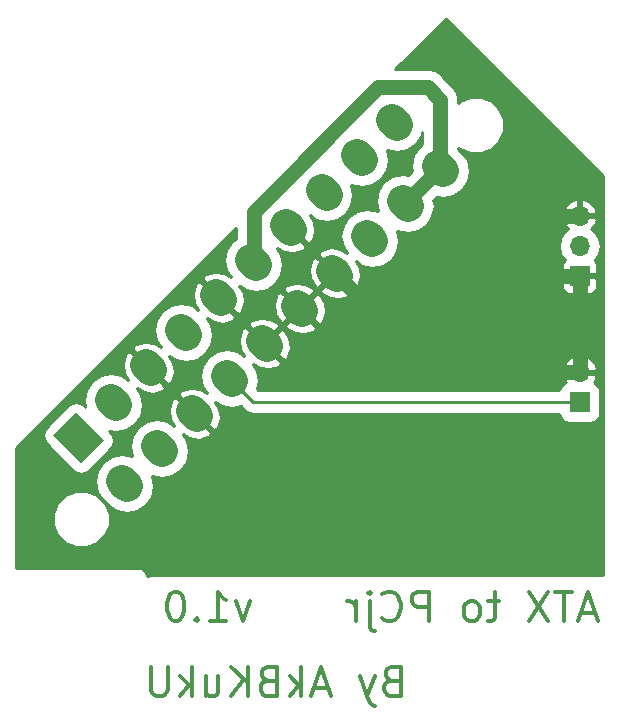
<source format=gbr>
G04 #@! TF.GenerationSoftware,KiCad,Pcbnew,5.0.0-fee4fd1~65~ubuntu17.10.1*
G04 #@! TF.CreationDate,2018-07-28T17:47:53-07:00*
G04 #@! TF.ProjectId,_autosave-ATX2PCjr,5F6175746F736176652D415458325043,rev?*
G04 #@! TF.SameCoordinates,Original*
G04 #@! TF.FileFunction,Copper,L2,Bot,Signal*
G04 #@! TF.FilePolarity,Positive*
%FSLAX46Y46*%
G04 Gerber Fmt 4.6, Leading zero omitted, Abs format (unit mm)*
G04 Created by KiCad (PCBNEW 5.0.0-fee4fd1~65~ubuntu17.10.1) date Sat Jul 28 17:47:53 2018*
%MOMM*%
%LPD*%
G01*
G04 APERTURE LIST*
G04 #@! TA.AperFunction,NonConductor*
%ADD10C,0.300000*%
G04 #@! TD*
G04 #@! TA.AperFunction,ComponentPad*
%ADD11C,2.700000*%
G04 #@! TD*
G04 #@! TA.AperFunction,Conductor*
%ADD12C,0.100000*%
G04 #@! TD*
G04 #@! TA.AperFunction,Conductor*
%ADD13C,2.700000*%
G04 #@! TD*
G04 #@! TA.AperFunction,ComponentPad*
%ADD14R,1.700000X1.700000*%
G04 #@! TD*
G04 #@! TA.AperFunction,ComponentPad*
%ADD15O,1.700000X1.700000*%
G04 #@! TD*
G04 #@! TA.AperFunction,ViaPad*
%ADD16C,1.016000*%
G04 #@! TD*
G04 #@! TA.AperFunction,Conductor*
%ADD17C,1.270000*%
G04 #@! TD*
G04 #@! TA.AperFunction,Conductor*
%ADD18C,0.250000*%
G04 #@! TD*
G04 #@! TA.AperFunction,Conductor*
%ADD19C,0.254000*%
G04 #@! TD*
G04 APERTURE END LIST*
D10*
X127871904Y-92531428D02*
X127514761Y-92650476D01*
X127395714Y-92769523D01*
X127276666Y-93007619D01*
X127276666Y-93364761D01*
X127395714Y-93602857D01*
X127514761Y-93721904D01*
X127752857Y-93840952D01*
X128705238Y-93840952D01*
X128705238Y-91340952D01*
X127871904Y-91340952D01*
X127633809Y-91460000D01*
X127514761Y-91579047D01*
X127395714Y-91817142D01*
X127395714Y-92055238D01*
X127514761Y-92293333D01*
X127633809Y-92412380D01*
X127871904Y-92531428D01*
X128705238Y-92531428D01*
X126443333Y-92174285D02*
X125848095Y-93840952D01*
X125252857Y-92174285D02*
X125848095Y-93840952D01*
X126086190Y-94436190D01*
X126205238Y-94555238D01*
X126443333Y-94674285D01*
X122514761Y-93126666D02*
X121324285Y-93126666D01*
X122752857Y-93840952D02*
X121919523Y-91340952D01*
X121086190Y-93840952D01*
X120252857Y-93840952D02*
X120252857Y-91340952D01*
X120014761Y-92888571D02*
X119300476Y-93840952D01*
X119300476Y-92174285D02*
X120252857Y-93126666D01*
X117395714Y-92531428D02*
X117038571Y-92650476D01*
X116919523Y-92769523D01*
X116800476Y-93007619D01*
X116800476Y-93364761D01*
X116919523Y-93602857D01*
X117038571Y-93721904D01*
X117276666Y-93840952D01*
X118229047Y-93840952D01*
X118229047Y-91340952D01*
X117395714Y-91340952D01*
X117157619Y-91460000D01*
X117038571Y-91579047D01*
X116919523Y-91817142D01*
X116919523Y-92055238D01*
X117038571Y-92293333D01*
X117157619Y-92412380D01*
X117395714Y-92531428D01*
X118229047Y-92531428D01*
X115729047Y-93840952D02*
X115729047Y-91340952D01*
X114300476Y-93840952D02*
X115371904Y-92412380D01*
X114300476Y-91340952D02*
X115729047Y-92769523D01*
X112157619Y-92174285D02*
X112157619Y-93840952D01*
X113229047Y-92174285D02*
X113229047Y-93483809D01*
X113110000Y-93721904D01*
X112871904Y-93840952D01*
X112514761Y-93840952D01*
X112276666Y-93721904D01*
X112157619Y-93602857D01*
X110967142Y-93840952D02*
X110967142Y-91340952D01*
X110729047Y-92888571D02*
X110014761Y-93840952D01*
X110014761Y-92174285D02*
X110967142Y-93126666D01*
X108943333Y-91340952D02*
X108943333Y-93364761D01*
X108824285Y-93602857D01*
X108705238Y-93721904D01*
X108467142Y-93840952D01*
X107990952Y-93840952D01*
X107752857Y-93721904D01*
X107633809Y-93602857D01*
X107514761Y-93364761D01*
X107514761Y-91340952D01*
X145095238Y-86776666D02*
X143904761Y-86776666D01*
X145333333Y-87490952D02*
X144500000Y-84990952D01*
X143666666Y-87490952D01*
X143190476Y-84990952D02*
X141761904Y-84990952D01*
X142476190Y-87490952D02*
X142476190Y-84990952D01*
X141166666Y-84990952D02*
X139500000Y-87490952D01*
X139500000Y-84990952D02*
X141166666Y-87490952D01*
X137000000Y-85824285D02*
X136047619Y-85824285D01*
X136642857Y-84990952D02*
X136642857Y-87133809D01*
X136523809Y-87371904D01*
X136285714Y-87490952D01*
X136047619Y-87490952D01*
X134857142Y-87490952D02*
X135095238Y-87371904D01*
X135214285Y-87252857D01*
X135333333Y-87014761D01*
X135333333Y-86300476D01*
X135214285Y-86062380D01*
X135095238Y-85943333D01*
X134857142Y-85824285D01*
X134500000Y-85824285D01*
X134261904Y-85943333D01*
X134142857Y-86062380D01*
X134023809Y-86300476D01*
X134023809Y-87014761D01*
X134142857Y-87252857D01*
X134261904Y-87371904D01*
X134500000Y-87490952D01*
X134857142Y-87490952D01*
X131047619Y-87490952D02*
X131047619Y-84990952D01*
X130095238Y-84990952D01*
X129857142Y-85110000D01*
X129738095Y-85229047D01*
X129619047Y-85467142D01*
X129619047Y-85824285D01*
X129738095Y-86062380D01*
X129857142Y-86181428D01*
X130095238Y-86300476D01*
X131047619Y-86300476D01*
X127119047Y-87252857D02*
X127238095Y-87371904D01*
X127595238Y-87490952D01*
X127833333Y-87490952D01*
X128190476Y-87371904D01*
X128428571Y-87133809D01*
X128547619Y-86895714D01*
X128666666Y-86419523D01*
X128666666Y-86062380D01*
X128547619Y-85586190D01*
X128428571Y-85348095D01*
X128190476Y-85110000D01*
X127833333Y-84990952D01*
X127595238Y-84990952D01*
X127238095Y-85110000D01*
X127119047Y-85229047D01*
X126047619Y-85824285D02*
X126047619Y-87967142D01*
X126166666Y-88205238D01*
X126404761Y-88324285D01*
X126523809Y-88324285D01*
X126047619Y-84990952D02*
X126166666Y-85110000D01*
X126047619Y-85229047D01*
X125928571Y-85110000D01*
X126047619Y-84990952D01*
X126047619Y-85229047D01*
X124857142Y-87490952D02*
X124857142Y-85824285D01*
X124857142Y-86300476D02*
X124738095Y-86062380D01*
X124619047Y-85943333D01*
X124380952Y-85824285D01*
X124142857Y-85824285D01*
X115928571Y-85824285D02*
X115333333Y-87490952D01*
X114738095Y-85824285D01*
X112476190Y-87490952D02*
X113904761Y-87490952D01*
X113190476Y-87490952D02*
X113190476Y-84990952D01*
X113428571Y-85348095D01*
X113666666Y-85586190D01*
X113904761Y-85705238D01*
X111404761Y-87252857D02*
X111285714Y-87371904D01*
X111404761Y-87490952D01*
X111523809Y-87371904D01*
X111404761Y-87252857D01*
X111404761Y-87490952D01*
X109738095Y-84990952D02*
X109500000Y-84990952D01*
X109261904Y-85110000D01*
X109142857Y-85229047D01*
X109023809Y-85467142D01*
X108904761Y-85943333D01*
X108904761Y-86538571D01*
X109023809Y-87014761D01*
X109142857Y-87252857D01*
X109261904Y-87371904D01*
X109500000Y-87490952D01*
X109738095Y-87490952D01*
X109976190Y-87371904D01*
X110095238Y-87252857D01*
X110214285Y-87014761D01*
X110333333Y-86538571D01*
X110333333Y-85943333D01*
X110214285Y-85467142D01*
X110095238Y-85229047D01*
X109976190Y-85110000D01*
X109738095Y-84990952D01*
D11*
G04 #@! TO.P,J1,1*
G04 #@! TO.N,Net-(J1-Pad1)*
X101380758Y-71979242D03*
D12*
G04 #@! TD*
G04 #@! TO.N,Net-(J1-Pad1)*
G04 #@! TO.C,J1*
G36*
X101592890Y-74100562D02*
X99259438Y-71767110D01*
X101168626Y-69857922D01*
X103502078Y-72191374D01*
X101592890Y-74100562D01*
X101592890Y-74100562D01*
G37*
D11*
G04 #@! TO.P,J1,2*
G04 #@! TO.N,Net-(J1-Pad2)*
X104350606Y-69009394D03*
D13*
G04 #@! TD*
G04 #@! TO.N,Net-(J1-Pad2)*
G04 #@! TO.C,J1*
X104138474Y-68797262D02*
X104562738Y-69221526D01*
D11*
G04 #@! TO.P,J1,3*
G04 #@! TO.N,/GND*
X107320455Y-66039545D03*
D13*
G04 #@! TD*
G04 #@! TO.N,/GND*
G04 #@! TO.C,J1*
X107108323Y-65827413D02*
X107532587Y-66251677D01*
D11*
G04 #@! TO.P,J1,4*
G04 #@! TO.N,/+5V*
X110290303Y-63069697D03*
D13*
G04 #@! TD*
G04 #@! TO.N,/+5V*
G04 #@! TO.C,J1*
X110078171Y-62857565D02*
X110502435Y-63281829D01*
D11*
G04 #@! TO.P,J1,5*
G04 #@! TO.N,/GND*
X113260152Y-60099848D03*
D13*
G04 #@! TD*
G04 #@! TO.N,/GND*
G04 #@! TO.C,J1*
X113048020Y-59887716D02*
X113472284Y-60311980D01*
D11*
G04 #@! TO.P,J1,6*
G04 #@! TO.N,/+5V*
X116230000Y-57130000D03*
D13*
G04 #@! TD*
G04 #@! TO.N,/+5V*
G04 #@! TO.C,J1*
X116017868Y-56917868D02*
X116442132Y-57342132D01*
D11*
G04 #@! TO.P,J1,7*
G04 #@! TO.N,/GND*
X119199849Y-54160151D03*
D13*
G04 #@! TD*
G04 #@! TO.N,/GND*
G04 #@! TO.C,J1*
X118987717Y-53948019D02*
X119411981Y-54372283D01*
D11*
G04 #@! TO.P,J1,8*
G04 #@! TO.N,Net-(J1-Pad8)*
X122169697Y-51190303D03*
D13*
G04 #@! TD*
G04 #@! TO.N,Net-(J1-Pad8)*
G04 #@! TO.C,J1*
X121957565Y-50978171D02*
X122381829Y-51402435D01*
D11*
G04 #@! TO.P,J1,9*
G04 #@! TO.N,Net-(J1-Pad9)*
X125139546Y-48220454D03*
D13*
G04 #@! TD*
G04 #@! TO.N,Net-(J1-Pad9)*
G04 #@! TO.C,J1*
X124927414Y-48008322D02*
X125351678Y-48432586D01*
D11*
G04 #@! TO.P,J1,10*
G04 #@! TO.N,/+12V*
X128109394Y-45250606D03*
D13*
G04 #@! TD*
G04 #@! TO.N,/+12V*
G04 #@! TO.C,J1*
X127897262Y-45038474D02*
X128321526Y-45462738D01*
D11*
G04 #@! TO.P,J1,11*
G04 #@! TO.N,Net-(J1-Pad11)*
X105269845Y-75868329D03*
D13*
G04 #@! TD*
G04 #@! TO.N,Net-(J1-Pad11)*
G04 #@! TO.C,J1*
X105057713Y-75656197D02*
X105481977Y-76080461D01*
D11*
G04 #@! TO.P,J1,12*
G04 #@! TO.N,/-12V*
X108239694Y-72898481D03*
D13*
G04 #@! TD*
G04 #@! TO.N,/-12V*
G04 #@! TO.C,J1*
X108027562Y-72686349D02*
X108451826Y-73110613D01*
D11*
G04 #@! TO.P,J1,13*
G04 #@! TO.N,/GND*
X111209542Y-69928632D03*
D13*
G04 #@! TD*
G04 #@! TO.N,/GND*
G04 #@! TO.C,J1*
X110997410Y-69716500D02*
X111421674Y-70140764D01*
D11*
G04 #@! TO.P,J1,14*
G04 #@! TO.N,/PS-ON*
X114179391Y-66958784D03*
D13*
G04 #@! TD*
G04 #@! TO.N,/PS-ON*
G04 #@! TO.C,J1*
X113967259Y-66746652D02*
X114391523Y-67170916D01*
D11*
G04 #@! TO.P,J1,15*
G04 #@! TO.N,/GND*
X117149239Y-63988935D03*
D13*
G04 #@! TD*
G04 #@! TO.N,/GND*
G04 #@! TO.C,J1*
X116937107Y-63776803D02*
X117361371Y-64201067D01*
D11*
G04 #@! TO.P,J1,16*
G04 #@! TO.N,/GND*
X120119088Y-61019087D03*
D13*
G04 #@! TD*
G04 #@! TO.N,/GND*
G04 #@! TO.C,J1*
X119906956Y-60806955D02*
X120331220Y-61231219D01*
D11*
G04 #@! TO.P,J1,17*
G04 #@! TO.N,/GND*
X123088936Y-58049238D03*
D13*
G04 #@! TD*
G04 #@! TO.N,/GND*
G04 #@! TO.C,J1*
X122876804Y-57837106D02*
X123301068Y-58261370D01*
D11*
G04 #@! TO.P,J1,18*
G04 #@! TO.N,Net-(J1-Pad18)*
X126058785Y-55079390D03*
D13*
G04 #@! TD*
G04 #@! TO.N,Net-(J1-Pad18)*
G04 #@! TO.C,J1*
X125846653Y-54867258D02*
X126270917Y-55291522D01*
D11*
G04 #@! TO.P,J1,19*
G04 #@! TO.N,/+5V*
X129028633Y-52109541D03*
D13*
G04 #@! TD*
G04 #@! TO.N,/+5V*
G04 #@! TO.C,J1*
X128816501Y-51897409D02*
X129240765Y-52321673D01*
D11*
G04 #@! TO.P,J1,20*
G04 #@! TO.N,/+5V*
X131998482Y-49139693D03*
D13*
G04 #@! TD*
G04 #@! TO.N,/+5V*
G04 #@! TO.C,J1*
X131786350Y-48927561D02*
X132210614Y-49351825D01*
D14*
G04 #@! TO.P,J3,1*
G04 #@! TO.N,/PS-ON*
X143810000Y-68950000D03*
D15*
G04 #@! TO.P,J3,2*
G04 #@! TO.N,/GND*
X143810000Y-66410000D03*
G04 #@! TD*
D14*
G04 #@! TO.P,J4,1*
G04 #@! TO.N,/GND*
X143810000Y-58270000D03*
D15*
G04 #@! TO.P,J4,2*
G04 #@! TO.N,/+12V*
X143810000Y-55730000D03*
G04 #@! TO.P,J4,3*
G04 #@! TO.N,/GND*
X143810000Y-53190000D03*
G04 #@! TD*
D16*
G04 #@! TO.N,/GND*
X137900000Y-76830000D03*
X120170000Y-74860000D03*
G04 #@! TD*
D17*
G04 #@! TO.N,/GND*
X141690000Y-58270000D02*
X143810000Y-58270000D01*
X141562999Y-58142999D02*
X141690000Y-58270000D01*
X141562999Y-54234920D02*
X141562999Y-58142999D01*
X142607919Y-53190000D02*
X141562999Y-54234920D01*
X143810000Y-53190000D02*
X142607919Y-53190000D01*
X143810000Y-58270000D02*
X143810000Y-66410000D01*
X137900000Y-76830000D02*
X122140000Y-76830000D01*
X122140000Y-76830000D02*
X120170000Y-74860000D01*
X131449698Y-66410000D02*
X123088936Y-58049238D01*
X143810000Y-66410000D02*
X131449698Y-66410000D01*
G04 #@! TO.N,/+5V*
X126754275Y-42296601D02*
X130946601Y-42296601D01*
X116230000Y-57130000D02*
X116230000Y-52820876D01*
X116230000Y-52820876D02*
X126754275Y-42296601D01*
X131998482Y-43348482D02*
X131998482Y-49139693D01*
X130946601Y-42296601D02*
X131998482Y-43348482D01*
X131998481Y-49139693D02*
X129028633Y-52109541D01*
X131998482Y-49139693D02*
X131998481Y-49139693D01*
D18*
G04 #@! TO.N,/PS-ON*
X116170607Y-68950000D02*
X114179391Y-66958784D01*
X143810000Y-68950000D02*
X116170607Y-68950000D01*
G04 #@! TD*
D19*
G04 #@! TO.N,/GND*
G36*
X145823001Y-49834448D02*
X145823000Y-83596000D01*
X107389572Y-83596000D01*
X107389572Y-83693000D01*
X107175399Y-83693000D01*
X107118354Y-83406217D01*
X106955905Y-83163095D01*
X106712783Y-83000646D01*
X106498388Y-82958000D01*
X106426000Y-82943601D01*
X106353612Y-82958000D01*
X96112000Y-82958000D01*
X96112000Y-78391260D01*
X99232174Y-78391260D01*
X99232174Y-79341664D01*
X99595878Y-80219722D01*
X100267914Y-80891758D01*
X101145972Y-81255462D01*
X102096376Y-81255462D01*
X102974434Y-80891758D01*
X103646470Y-80219722D01*
X104010174Y-79341664D01*
X104010174Y-78391260D01*
X103646470Y-77513202D01*
X102974434Y-76841166D01*
X102096376Y-76477462D01*
X101145972Y-76477462D01*
X100267914Y-76841166D01*
X99595878Y-77513202D01*
X99232174Y-78391260D01*
X96112000Y-78391260D01*
X96112000Y-75656197D01*
X102774849Y-75656197D01*
X102948623Y-76529811D01*
X103318571Y-77083478D01*
X104054696Y-77819603D01*
X104608363Y-78189552D01*
X105481977Y-78363325D01*
X106355591Y-78189552D01*
X107096205Y-77694689D01*
X107591068Y-76954075D01*
X107764841Y-76080461D01*
X107594260Y-75222896D01*
X108451826Y-75393477D01*
X109325440Y-75219704D01*
X110066054Y-74724841D01*
X110560917Y-73984227D01*
X110734690Y-73110613D01*
X110560917Y-72236999D01*
X110190968Y-71683332D01*
X110188569Y-71680933D01*
X110779380Y-72023265D01*
X111548674Y-72125763D01*
X112298633Y-71926064D01*
X112483292Y-71818021D01*
X112620099Y-71518794D01*
X111209542Y-70108237D01*
X111195400Y-70122380D01*
X111015794Y-69942774D01*
X111029937Y-69928632D01*
X109619380Y-68518075D01*
X109320153Y-68654882D01*
X109212110Y-68839541D01*
X109012411Y-69589500D01*
X109114909Y-70358794D01*
X109457241Y-70949605D01*
X109454843Y-70947207D01*
X108901176Y-70577259D01*
X108027562Y-70403485D01*
X107153948Y-70577259D01*
X106413334Y-71072121D01*
X105918472Y-71812735D01*
X105744698Y-72686349D01*
X105915280Y-73543915D01*
X105057713Y-73373333D01*
X104184099Y-73547107D01*
X103443485Y-74041969D01*
X102948623Y-74782583D01*
X102774849Y-75656197D01*
X96112000Y-75656197D01*
X96112000Y-72821446D01*
X97166336Y-71767110D01*
X98353022Y-71767110D01*
X98422019Y-72113980D01*
X98618505Y-72408043D01*
X100951957Y-74741495D01*
X101246020Y-74937981D01*
X101592890Y-75006978D01*
X101939760Y-74937981D01*
X102233823Y-74741495D01*
X104143011Y-72832307D01*
X104339497Y-72538244D01*
X104408494Y-72191374D01*
X104339497Y-71844504D01*
X104143011Y-71550441D01*
X103981306Y-71388736D01*
X104562738Y-71504390D01*
X105436352Y-71330617D01*
X106176966Y-70835754D01*
X106671829Y-70095140D01*
X106845602Y-69221526D01*
X106671829Y-68347912D01*
X106665521Y-68338470D01*
X109798985Y-68338470D01*
X111209542Y-69749027D01*
X111223684Y-69734884D01*
X111403290Y-69914490D01*
X111389147Y-69928632D01*
X112799704Y-71339189D01*
X113098931Y-71202382D01*
X113206974Y-71017723D01*
X113406673Y-70267764D01*
X113304175Y-69498470D01*
X112961843Y-68907659D01*
X112964242Y-68910058D01*
X113517909Y-69280007D01*
X114391523Y-69453780D01*
X115099541Y-69312946D01*
X115382982Y-69596387D01*
X115439554Y-69681053D01*
X115617571Y-69800000D01*
X115774964Y-69905167D01*
X116170607Y-69983865D01*
X116270475Y-69964000D01*
X142086206Y-69964000D01*
X142122581Y-70146870D01*
X142319067Y-70440933D01*
X142613130Y-70637419D01*
X142960000Y-70706416D01*
X144660000Y-70706416D01*
X145006870Y-70637419D01*
X145300933Y-70440933D01*
X145497419Y-70146870D01*
X145566416Y-69800000D01*
X145566416Y-68100000D01*
X145497419Y-67753130D01*
X145300933Y-67459067D01*
X145006870Y-67262581D01*
X145004087Y-67262027D01*
X145081645Y-67176924D01*
X145251476Y-66766890D01*
X145130155Y-66537000D01*
X143937000Y-66537000D01*
X143937000Y-66557000D01*
X143683000Y-66557000D01*
X143683000Y-66537000D01*
X142489845Y-66537000D01*
X142368524Y-66766890D01*
X142538355Y-67176924D01*
X142615913Y-67262027D01*
X142613130Y-67262581D01*
X142319067Y-67459067D01*
X142122581Y-67753130D01*
X142086206Y-67936000D01*
X116590619Y-67936000D01*
X116533553Y-67878934D01*
X116674387Y-67170916D01*
X116500614Y-66297302D01*
X116130665Y-65743635D01*
X116128266Y-65741236D01*
X116719077Y-66083568D01*
X117488371Y-66186066D01*
X117987680Y-66053110D01*
X142368524Y-66053110D01*
X142489845Y-66283000D01*
X143683000Y-66283000D01*
X143683000Y-65089181D01*
X143937000Y-65089181D01*
X143937000Y-66283000D01*
X145130155Y-66283000D01*
X145251476Y-66053110D01*
X145081645Y-65643076D01*
X144691358Y-65214817D01*
X144166892Y-64968514D01*
X143937000Y-65089181D01*
X143683000Y-65089181D01*
X143453108Y-64968514D01*
X142928642Y-65214817D01*
X142538355Y-65643076D01*
X142368524Y-66053110D01*
X117987680Y-66053110D01*
X118238330Y-65986367D01*
X118422989Y-65878324D01*
X118559796Y-65579097D01*
X117149239Y-64168540D01*
X117135097Y-64182683D01*
X116955491Y-64003077D01*
X116969634Y-63988935D01*
X117328844Y-63988935D01*
X118739401Y-65399492D01*
X119038628Y-65262685D01*
X119146671Y-65078026D01*
X119346370Y-64328067D01*
X119243872Y-63558773D01*
X118854781Y-62887263D01*
X118642649Y-62675131D01*
X117328844Y-63988935D01*
X116969634Y-63988935D01*
X115559077Y-62578378D01*
X115259850Y-62715185D01*
X115151807Y-62899844D01*
X114952108Y-63649803D01*
X115054606Y-64419097D01*
X115396938Y-65009908D01*
X115394540Y-65007510D01*
X114840873Y-64637562D01*
X113967259Y-64463788D01*
X113093645Y-64637562D01*
X112353031Y-65132424D01*
X111858169Y-65873038D01*
X111684395Y-66746652D01*
X111858169Y-67620266D01*
X112228117Y-68173933D01*
X112230515Y-68176331D01*
X111639704Y-67833999D01*
X110870410Y-67731501D01*
X110120451Y-67931200D01*
X109935792Y-68039243D01*
X109798985Y-68338470D01*
X106665521Y-68338470D01*
X106301880Y-67794245D01*
X106299480Y-67791845D01*
X106890293Y-68134178D01*
X107659587Y-68236676D01*
X108409546Y-68036977D01*
X108594205Y-67928934D01*
X108731012Y-67629707D01*
X107320455Y-66219150D01*
X107306313Y-66233293D01*
X107126708Y-66053688D01*
X107140850Y-66039545D01*
X105730293Y-64628988D01*
X105431066Y-64765795D01*
X105323023Y-64950454D01*
X105123324Y-65700413D01*
X105225822Y-66469707D01*
X105568155Y-67060520D01*
X105565755Y-67058120D01*
X105012088Y-66688172D01*
X104138474Y-66514398D01*
X103264860Y-66688172D01*
X102524246Y-67183034D01*
X102029384Y-67923648D01*
X101855610Y-68797262D01*
X101971265Y-69378695D01*
X101809559Y-69216989D01*
X101515496Y-69020503D01*
X101168626Y-68951506D01*
X100821756Y-69020503D01*
X100527693Y-69216989D01*
X98618505Y-71126177D01*
X98422019Y-71420240D01*
X98353022Y-71767110D01*
X97166336Y-71767110D01*
X104484063Y-64449383D01*
X105909898Y-64449383D01*
X107320455Y-65859940D01*
X107334598Y-65845798D01*
X107514203Y-66025403D01*
X107500060Y-66039545D01*
X108910617Y-67450102D01*
X109209844Y-67313295D01*
X109317887Y-67128636D01*
X109517586Y-66378677D01*
X109415088Y-65609383D01*
X109072758Y-65018575D01*
X109075154Y-65020971D01*
X109628821Y-65390920D01*
X110502435Y-65564693D01*
X111376049Y-65390920D01*
X112116663Y-64896057D01*
X112611526Y-64155443D01*
X112785299Y-63281829D01*
X112611526Y-62408215D01*
X112605218Y-62398773D01*
X115738682Y-62398773D01*
X117149239Y-63809330D01*
X118446071Y-62512497D01*
X118805284Y-62512497D01*
X119017416Y-62724629D01*
X119688926Y-63113720D01*
X120458220Y-63216218D01*
X121208179Y-63016519D01*
X121392838Y-62908476D01*
X121529645Y-62609249D01*
X120119088Y-61198692D01*
X118805284Y-62512497D01*
X118446071Y-62512497D01*
X118463043Y-62495525D01*
X118250911Y-62283393D01*
X117579401Y-61894302D01*
X116810107Y-61791804D01*
X116060148Y-61991503D01*
X115875489Y-62099546D01*
X115738682Y-62398773D01*
X112605218Y-62398773D01*
X112241577Y-61854548D01*
X112239177Y-61852148D01*
X112829990Y-62194481D01*
X113599284Y-62296979D01*
X114349243Y-62097280D01*
X114533902Y-61989237D01*
X114670709Y-61690010D01*
X113260152Y-60279453D01*
X113246010Y-60293596D01*
X113066405Y-60113991D01*
X113080547Y-60099848D01*
X111669990Y-58689291D01*
X111370763Y-58826098D01*
X111262720Y-59010757D01*
X111063021Y-59760716D01*
X111165519Y-60530010D01*
X111507852Y-61120823D01*
X111505452Y-61118423D01*
X110951785Y-60748475D01*
X110078171Y-60574701D01*
X109204557Y-60748475D01*
X108463943Y-61243337D01*
X107969081Y-61983951D01*
X107795307Y-62857565D01*
X107969081Y-63731179D01*
X108339029Y-64284846D01*
X108341425Y-64287242D01*
X107750617Y-63944912D01*
X106981323Y-63842414D01*
X106231364Y-64042113D01*
X106046705Y-64150156D01*
X105909898Y-64449383D01*
X104484063Y-64449383D01*
X114706001Y-54227446D01*
X114706000Y-55101609D01*
X114403640Y-55303640D01*
X113908778Y-56044254D01*
X113735004Y-56917868D01*
X113908778Y-57791482D01*
X114278726Y-58345149D01*
X114281122Y-58347545D01*
X113690314Y-58005215D01*
X112921020Y-57902717D01*
X112171061Y-58102416D01*
X111986402Y-58210459D01*
X111849595Y-58509686D01*
X113260152Y-59920243D01*
X113274295Y-59906101D01*
X113453900Y-60085706D01*
X113439757Y-60099848D01*
X114850314Y-61510405D01*
X115149541Y-61373598D01*
X115257584Y-61188939D01*
X115393116Y-60679955D01*
X117921957Y-60679955D01*
X118024455Y-61449249D01*
X118413546Y-62120759D01*
X118625678Y-62332891D01*
X119939483Y-61019087D01*
X120298693Y-61019087D01*
X121709250Y-62429644D01*
X122008477Y-62292837D01*
X122116520Y-62108178D01*
X122316219Y-61358219D01*
X122213721Y-60588925D01*
X121824630Y-59917415D01*
X121612498Y-59705283D01*
X120298693Y-61019087D01*
X119939483Y-61019087D01*
X118528926Y-59608530D01*
X118229699Y-59745337D01*
X118121656Y-59929996D01*
X117921957Y-60679955D01*
X115393116Y-60679955D01*
X115457283Y-60438980D01*
X115354785Y-59669686D01*
X115012455Y-59078878D01*
X115014851Y-59081274D01*
X115568518Y-59451223D01*
X116442132Y-59624996D01*
X117315746Y-59451223D01*
X117349117Y-59428925D01*
X118708531Y-59428925D01*
X120119088Y-60839482D01*
X121415921Y-59542648D01*
X121775132Y-59542648D01*
X121987264Y-59754780D01*
X122658774Y-60143871D01*
X123428068Y-60246369D01*
X124178027Y-60046670D01*
X124362686Y-59938627D01*
X124499493Y-59639400D01*
X123088936Y-58228843D01*
X121775132Y-59542648D01*
X121415921Y-59542648D01*
X121432892Y-59525677D01*
X121220760Y-59313545D01*
X120549250Y-58924454D01*
X119779956Y-58821956D01*
X119029997Y-59021655D01*
X118845338Y-59129698D01*
X118708531Y-59428925D01*
X117349117Y-59428925D01*
X118056360Y-58956360D01*
X118551223Y-58215746D01*
X118651801Y-57710106D01*
X120891805Y-57710106D01*
X120994303Y-58479400D01*
X121383394Y-59150910D01*
X121595526Y-59363042D01*
X122909331Y-58049238D01*
X121498774Y-56638681D01*
X121199547Y-56775488D01*
X121091504Y-56960147D01*
X120891805Y-57710106D01*
X118651801Y-57710106D01*
X118724996Y-57342132D01*
X118551223Y-56468518D01*
X118181274Y-55914851D01*
X118178874Y-55912451D01*
X118769687Y-56254784D01*
X119538981Y-56357282D01*
X120288940Y-56157583D01*
X120473599Y-56049540D01*
X120610406Y-55750313D01*
X119199849Y-54339756D01*
X119185707Y-54353899D01*
X119006101Y-54174293D01*
X119020244Y-54160151D01*
X119006102Y-54146009D01*
X119185707Y-53966404D01*
X119199849Y-53980546D01*
X119213992Y-53966404D01*
X119393597Y-54146009D01*
X119379454Y-54160151D01*
X120790011Y-55570708D01*
X121089238Y-55433901D01*
X121197281Y-55249242D01*
X121396980Y-54499283D01*
X121294482Y-53729989D01*
X120952152Y-53139181D01*
X120954548Y-53141577D01*
X121508215Y-53511526D01*
X122381829Y-53685299D01*
X123255443Y-53511526D01*
X123996057Y-53016663D01*
X124490920Y-52276049D01*
X124664693Y-51402435D01*
X124494112Y-50544869D01*
X125351678Y-50715450D01*
X126225292Y-50541677D01*
X126965906Y-50046814D01*
X127460769Y-49306200D01*
X127634542Y-48432586D01*
X127463961Y-47575021D01*
X128321526Y-47745602D01*
X129195140Y-47571829D01*
X129935754Y-47076966D01*
X130430617Y-46336352D01*
X130474482Y-46115826D01*
X130474483Y-47111302D01*
X130172122Y-47313333D01*
X129677260Y-48053947D01*
X129503486Y-48927561D01*
X129595047Y-49387865D01*
X129276806Y-49706106D01*
X128816501Y-49614545D01*
X127942887Y-49788319D01*
X127202273Y-50283181D01*
X126707411Y-51023795D01*
X126533637Y-51897409D01*
X126704219Y-52754976D01*
X125846653Y-52584394D01*
X124973039Y-52758168D01*
X124232425Y-53253030D01*
X123737563Y-53993644D01*
X123563789Y-54867258D01*
X123737563Y-55740872D01*
X124107511Y-56294539D01*
X124109909Y-56296937D01*
X123519098Y-55954605D01*
X122749804Y-55852107D01*
X121999845Y-56051806D01*
X121815186Y-56159849D01*
X121678379Y-56459076D01*
X123088936Y-57869633D01*
X123103078Y-57855490D01*
X123282684Y-58035096D01*
X123268541Y-58049238D01*
X124679098Y-59459795D01*
X124978325Y-59322988D01*
X125086368Y-59138329D01*
X125241497Y-58555750D01*
X142325000Y-58555750D01*
X142325000Y-59246310D01*
X142421673Y-59479699D01*
X142600302Y-59658327D01*
X142833691Y-59755000D01*
X143524250Y-59755000D01*
X143683000Y-59596250D01*
X143683000Y-58397000D01*
X143937000Y-58397000D01*
X143937000Y-59596250D01*
X144095750Y-59755000D01*
X144786309Y-59755000D01*
X145019698Y-59658327D01*
X145198327Y-59479699D01*
X145295000Y-59246310D01*
X145295000Y-58555750D01*
X145136250Y-58397000D01*
X143937000Y-58397000D01*
X143683000Y-58397000D01*
X142483750Y-58397000D01*
X142325000Y-58555750D01*
X125241497Y-58555750D01*
X125286067Y-58388370D01*
X125183569Y-57619076D01*
X124841237Y-57028265D01*
X124843636Y-57030664D01*
X125397303Y-57400613D01*
X126270917Y-57574386D01*
X127144531Y-57400613D01*
X127885145Y-56905750D01*
X128380008Y-56165136D01*
X128466562Y-55730000D01*
X142036931Y-55730000D01*
X142171898Y-56408524D01*
X142533009Y-56948965D01*
X142421673Y-57060301D01*
X142325000Y-57293690D01*
X142325000Y-57984250D01*
X142483750Y-58143000D01*
X143683000Y-58143000D01*
X143683000Y-58123000D01*
X143937000Y-58123000D01*
X143937000Y-58143000D01*
X145136250Y-58143000D01*
X145295000Y-57984250D01*
X145295000Y-57293690D01*
X145198327Y-57060301D01*
X145086991Y-56948965D01*
X145448102Y-56408524D01*
X145583069Y-55730000D01*
X145448102Y-55051476D01*
X145063749Y-54476251D01*
X144780714Y-54287133D01*
X145081645Y-53956924D01*
X145251476Y-53546890D01*
X145130155Y-53317000D01*
X143937000Y-53317000D01*
X143937000Y-53337000D01*
X143683000Y-53337000D01*
X143683000Y-53317000D01*
X142489845Y-53317000D01*
X142368524Y-53546890D01*
X142538355Y-53956924D01*
X142839286Y-54287133D01*
X142556251Y-54476251D01*
X142171898Y-55051476D01*
X142036931Y-55730000D01*
X128466562Y-55730000D01*
X128553781Y-55291522D01*
X128383200Y-54433956D01*
X129240765Y-54604537D01*
X130114379Y-54430764D01*
X130854993Y-53935901D01*
X131349856Y-53195287D01*
X131421897Y-52833110D01*
X142368524Y-52833110D01*
X142489845Y-53063000D01*
X143683000Y-53063000D01*
X143683000Y-51869181D01*
X143937000Y-51869181D01*
X143937000Y-53063000D01*
X145130155Y-53063000D01*
X145251476Y-52833110D01*
X145081645Y-52423076D01*
X144691358Y-51994817D01*
X144166892Y-51748514D01*
X143937000Y-51869181D01*
X143683000Y-51869181D01*
X143453108Y-51748514D01*
X142928642Y-51994817D01*
X142538355Y-52423076D01*
X142368524Y-52833110D01*
X131421897Y-52833110D01*
X131523629Y-52321673D01*
X131432068Y-51861367D01*
X131750307Y-51543128D01*
X132210614Y-51634689D01*
X133084228Y-51460916D01*
X133824842Y-50966053D01*
X134319705Y-50225439D01*
X134493478Y-49351825D01*
X134319705Y-48478211D01*
X133949756Y-47924544D01*
X133522482Y-47497270D01*
X133522482Y-47395446D01*
X133643354Y-47516318D01*
X134521412Y-47880022D01*
X135471816Y-47880022D01*
X136349874Y-47516318D01*
X137021910Y-46844282D01*
X137385614Y-45966224D01*
X137385614Y-45015820D01*
X137021910Y-44137762D01*
X136349874Y-43465726D01*
X135471816Y-43102022D01*
X134521412Y-43102022D01*
X133643354Y-43465726D01*
X133522482Y-43586598D01*
X133522482Y-43498573D01*
X133552337Y-43348481D01*
X133522482Y-43198389D01*
X133522482Y-43198385D01*
X133434058Y-42753847D01*
X133097224Y-42249740D01*
X132969980Y-42164719D01*
X132130366Y-41325105D01*
X132045343Y-41197859D01*
X131541236Y-40861025D01*
X131096698Y-40772601D01*
X131096693Y-40772601D01*
X130946601Y-40742746D01*
X130796509Y-40772601D01*
X128160846Y-40772601D01*
X132461000Y-36472447D01*
X145823001Y-49834448D01*
X145823001Y-49834448D01*
G37*
X145823001Y-49834448D02*
X145823000Y-83596000D01*
X107389572Y-83596000D01*
X107389572Y-83693000D01*
X107175399Y-83693000D01*
X107118354Y-83406217D01*
X106955905Y-83163095D01*
X106712783Y-83000646D01*
X106498388Y-82958000D01*
X106426000Y-82943601D01*
X106353612Y-82958000D01*
X96112000Y-82958000D01*
X96112000Y-78391260D01*
X99232174Y-78391260D01*
X99232174Y-79341664D01*
X99595878Y-80219722D01*
X100267914Y-80891758D01*
X101145972Y-81255462D01*
X102096376Y-81255462D01*
X102974434Y-80891758D01*
X103646470Y-80219722D01*
X104010174Y-79341664D01*
X104010174Y-78391260D01*
X103646470Y-77513202D01*
X102974434Y-76841166D01*
X102096376Y-76477462D01*
X101145972Y-76477462D01*
X100267914Y-76841166D01*
X99595878Y-77513202D01*
X99232174Y-78391260D01*
X96112000Y-78391260D01*
X96112000Y-75656197D01*
X102774849Y-75656197D01*
X102948623Y-76529811D01*
X103318571Y-77083478D01*
X104054696Y-77819603D01*
X104608363Y-78189552D01*
X105481977Y-78363325D01*
X106355591Y-78189552D01*
X107096205Y-77694689D01*
X107591068Y-76954075D01*
X107764841Y-76080461D01*
X107594260Y-75222896D01*
X108451826Y-75393477D01*
X109325440Y-75219704D01*
X110066054Y-74724841D01*
X110560917Y-73984227D01*
X110734690Y-73110613D01*
X110560917Y-72236999D01*
X110190968Y-71683332D01*
X110188569Y-71680933D01*
X110779380Y-72023265D01*
X111548674Y-72125763D01*
X112298633Y-71926064D01*
X112483292Y-71818021D01*
X112620099Y-71518794D01*
X111209542Y-70108237D01*
X111195400Y-70122380D01*
X111015794Y-69942774D01*
X111029937Y-69928632D01*
X109619380Y-68518075D01*
X109320153Y-68654882D01*
X109212110Y-68839541D01*
X109012411Y-69589500D01*
X109114909Y-70358794D01*
X109457241Y-70949605D01*
X109454843Y-70947207D01*
X108901176Y-70577259D01*
X108027562Y-70403485D01*
X107153948Y-70577259D01*
X106413334Y-71072121D01*
X105918472Y-71812735D01*
X105744698Y-72686349D01*
X105915280Y-73543915D01*
X105057713Y-73373333D01*
X104184099Y-73547107D01*
X103443485Y-74041969D01*
X102948623Y-74782583D01*
X102774849Y-75656197D01*
X96112000Y-75656197D01*
X96112000Y-72821446D01*
X97166336Y-71767110D01*
X98353022Y-71767110D01*
X98422019Y-72113980D01*
X98618505Y-72408043D01*
X100951957Y-74741495D01*
X101246020Y-74937981D01*
X101592890Y-75006978D01*
X101939760Y-74937981D01*
X102233823Y-74741495D01*
X104143011Y-72832307D01*
X104339497Y-72538244D01*
X104408494Y-72191374D01*
X104339497Y-71844504D01*
X104143011Y-71550441D01*
X103981306Y-71388736D01*
X104562738Y-71504390D01*
X105436352Y-71330617D01*
X106176966Y-70835754D01*
X106671829Y-70095140D01*
X106845602Y-69221526D01*
X106671829Y-68347912D01*
X106665521Y-68338470D01*
X109798985Y-68338470D01*
X111209542Y-69749027D01*
X111223684Y-69734884D01*
X111403290Y-69914490D01*
X111389147Y-69928632D01*
X112799704Y-71339189D01*
X113098931Y-71202382D01*
X113206974Y-71017723D01*
X113406673Y-70267764D01*
X113304175Y-69498470D01*
X112961843Y-68907659D01*
X112964242Y-68910058D01*
X113517909Y-69280007D01*
X114391523Y-69453780D01*
X115099541Y-69312946D01*
X115382982Y-69596387D01*
X115439554Y-69681053D01*
X115617571Y-69800000D01*
X115774964Y-69905167D01*
X116170607Y-69983865D01*
X116270475Y-69964000D01*
X142086206Y-69964000D01*
X142122581Y-70146870D01*
X142319067Y-70440933D01*
X142613130Y-70637419D01*
X142960000Y-70706416D01*
X144660000Y-70706416D01*
X145006870Y-70637419D01*
X145300933Y-70440933D01*
X145497419Y-70146870D01*
X145566416Y-69800000D01*
X145566416Y-68100000D01*
X145497419Y-67753130D01*
X145300933Y-67459067D01*
X145006870Y-67262581D01*
X145004087Y-67262027D01*
X145081645Y-67176924D01*
X145251476Y-66766890D01*
X145130155Y-66537000D01*
X143937000Y-66537000D01*
X143937000Y-66557000D01*
X143683000Y-66557000D01*
X143683000Y-66537000D01*
X142489845Y-66537000D01*
X142368524Y-66766890D01*
X142538355Y-67176924D01*
X142615913Y-67262027D01*
X142613130Y-67262581D01*
X142319067Y-67459067D01*
X142122581Y-67753130D01*
X142086206Y-67936000D01*
X116590619Y-67936000D01*
X116533553Y-67878934D01*
X116674387Y-67170916D01*
X116500614Y-66297302D01*
X116130665Y-65743635D01*
X116128266Y-65741236D01*
X116719077Y-66083568D01*
X117488371Y-66186066D01*
X117987680Y-66053110D01*
X142368524Y-66053110D01*
X142489845Y-66283000D01*
X143683000Y-66283000D01*
X143683000Y-65089181D01*
X143937000Y-65089181D01*
X143937000Y-66283000D01*
X145130155Y-66283000D01*
X145251476Y-66053110D01*
X145081645Y-65643076D01*
X144691358Y-65214817D01*
X144166892Y-64968514D01*
X143937000Y-65089181D01*
X143683000Y-65089181D01*
X143453108Y-64968514D01*
X142928642Y-65214817D01*
X142538355Y-65643076D01*
X142368524Y-66053110D01*
X117987680Y-66053110D01*
X118238330Y-65986367D01*
X118422989Y-65878324D01*
X118559796Y-65579097D01*
X117149239Y-64168540D01*
X117135097Y-64182683D01*
X116955491Y-64003077D01*
X116969634Y-63988935D01*
X117328844Y-63988935D01*
X118739401Y-65399492D01*
X119038628Y-65262685D01*
X119146671Y-65078026D01*
X119346370Y-64328067D01*
X119243872Y-63558773D01*
X118854781Y-62887263D01*
X118642649Y-62675131D01*
X117328844Y-63988935D01*
X116969634Y-63988935D01*
X115559077Y-62578378D01*
X115259850Y-62715185D01*
X115151807Y-62899844D01*
X114952108Y-63649803D01*
X115054606Y-64419097D01*
X115396938Y-65009908D01*
X115394540Y-65007510D01*
X114840873Y-64637562D01*
X113967259Y-64463788D01*
X113093645Y-64637562D01*
X112353031Y-65132424D01*
X111858169Y-65873038D01*
X111684395Y-66746652D01*
X111858169Y-67620266D01*
X112228117Y-68173933D01*
X112230515Y-68176331D01*
X111639704Y-67833999D01*
X110870410Y-67731501D01*
X110120451Y-67931200D01*
X109935792Y-68039243D01*
X109798985Y-68338470D01*
X106665521Y-68338470D01*
X106301880Y-67794245D01*
X106299480Y-67791845D01*
X106890293Y-68134178D01*
X107659587Y-68236676D01*
X108409546Y-68036977D01*
X108594205Y-67928934D01*
X108731012Y-67629707D01*
X107320455Y-66219150D01*
X107306313Y-66233293D01*
X107126708Y-66053688D01*
X107140850Y-66039545D01*
X105730293Y-64628988D01*
X105431066Y-64765795D01*
X105323023Y-64950454D01*
X105123324Y-65700413D01*
X105225822Y-66469707D01*
X105568155Y-67060520D01*
X105565755Y-67058120D01*
X105012088Y-66688172D01*
X104138474Y-66514398D01*
X103264860Y-66688172D01*
X102524246Y-67183034D01*
X102029384Y-67923648D01*
X101855610Y-68797262D01*
X101971265Y-69378695D01*
X101809559Y-69216989D01*
X101515496Y-69020503D01*
X101168626Y-68951506D01*
X100821756Y-69020503D01*
X100527693Y-69216989D01*
X98618505Y-71126177D01*
X98422019Y-71420240D01*
X98353022Y-71767110D01*
X97166336Y-71767110D01*
X104484063Y-64449383D01*
X105909898Y-64449383D01*
X107320455Y-65859940D01*
X107334598Y-65845798D01*
X107514203Y-66025403D01*
X107500060Y-66039545D01*
X108910617Y-67450102D01*
X109209844Y-67313295D01*
X109317887Y-67128636D01*
X109517586Y-66378677D01*
X109415088Y-65609383D01*
X109072758Y-65018575D01*
X109075154Y-65020971D01*
X109628821Y-65390920D01*
X110502435Y-65564693D01*
X111376049Y-65390920D01*
X112116663Y-64896057D01*
X112611526Y-64155443D01*
X112785299Y-63281829D01*
X112611526Y-62408215D01*
X112605218Y-62398773D01*
X115738682Y-62398773D01*
X117149239Y-63809330D01*
X118446071Y-62512497D01*
X118805284Y-62512497D01*
X119017416Y-62724629D01*
X119688926Y-63113720D01*
X120458220Y-63216218D01*
X121208179Y-63016519D01*
X121392838Y-62908476D01*
X121529645Y-62609249D01*
X120119088Y-61198692D01*
X118805284Y-62512497D01*
X118446071Y-62512497D01*
X118463043Y-62495525D01*
X118250911Y-62283393D01*
X117579401Y-61894302D01*
X116810107Y-61791804D01*
X116060148Y-61991503D01*
X115875489Y-62099546D01*
X115738682Y-62398773D01*
X112605218Y-62398773D01*
X112241577Y-61854548D01*
X112239177Y-61852148D01*
X112829990Y-62194481D01*
X113599284Y-62296979D01*
X114349243Y-62097280D01*
X114533902Y-61989237D01*
X114670709Y-61690010D01*
X113260152Y-60279453D01*
X113246010Y-60293596D01*
X113066405Y-60113991D01*
X113080547Y-60099848D01*
X111669990Y-58689291D01*
X111370763Y-58826098D01*
X111262720Y-59010757D01*
X111063021Y-59760716D01*
X111165519Y-60530010D01*
X111507852Y-61120823D01*
X111505452Y-61118423D01*
X110951785Y-60748475D01*
X110078171Y-60574701D01*
X109204557Y-60748475D01*
X108463943Y-61243337D01*
X107969081Y-61983951D01*
X107795307Y-62857565D01*
X107969081Y-63731179D01*
X108339029Y-64284846D01*
X108341425Y-64287242D01*
X107750617Y-63944912D01*
X106981323Y-63842414D01*
X106231364Y-64042113D01*
X106046705Y-64150156D01*
X105909898Y-64449383D01*
X104484063Y-64449383D01*
X114706001Y-54227446D01*
X114706000Y-55101609D01*
X114403640Y-55303640D01*
X113908778Y-56044254D01*
X113735004Y-56917868D01*
X113908778Y-57791482D01*
X114278726Y-58345149D01*
X114281122Y-58347545D01*
X113690314Y-58005215D01*
X112921020Y-57902717D01*
X112171061Y-58102416D01*
X111986402Y-58210459D01*
X111849595Y-58509686D01*
X113260152Y-59920243D01*
X113274295Y-59906101D01*
X113453900Y-60085706D01*
X113439757Y-60099848D01*
X114850314Y-61510405D01*
X115149541Y-61373598D01*
X115257584Y-61188939D01*
X115393116Y-60679955D01*
X117921957Y-60679955D01*
X118024455Y-61449249D01*
X118413546Y-62120759D01*
X118625678Y-62332891D01*
X119939483Y-61019087D01*
X120298693Y-61019087D01*
X121709250Y-62429644D01*
X122008477Y-62292837D01*
X122116520Y-62108178D01*
X122316219Y-61358219D01*
X122213721Y-60588925D01*
X121824630Y-59917415D01*
X121612498Y-59705283D01*
X120298693Y-61019087D01*
X119939483Y-61019087D01*
X118528926Y-59608530D01*
X118229699Y-59745337D01*
X118121656Y-59929996D01*
X117921957Y-60679955D01*
X115393116Y-60679955D01*
X115457283Y-60438980D01*
X115354785Y-59669686D01*
X115012455Y-59078878D01*
X115014851Y-59081274D01*
X115568518Y-59451223D01*
X116442132Y-59624996D01*
X117315746Y-59451223D01*
X117349117Y-59428925D01*
X118708531Y-59428925D01*
X120119088Y-60839482D01*
X121415921Y-59542648D01*
X121775132Y-59542648D01*
X121987264Y-59754780D01*
X122658774Y-60143871D01*
X123428068Y-60246369D01*
X124178027Y-60046670D01*
X124362686Y-59938627D01*
X124499493Y-59639400D01*
X123088936Y-58228843D01*
X121775132Y-59542648D01*
X121415921Y-59542648D01*
X121432892Y-59525677D01*
X121220760Y-59313545D01*
X120549250Y-58924454D01*
X119779956Y-58821956D01*
X119029997Y-59021655D01*
X118845338Y-59129698D01*
X118708531Y-59428925D01*
X117349117Y-59428925D01*
X118056360Y-58956360D01*
X118551223Y-58215746D01*
X118651801Y-57710106D01*
X120891805Y-57710106D01*
X120994303Y-58479400D01*
X121383394Y-59150910D01*
X121595526Y-59363042D01*
X122909331Y-58049238D01*
X121498774Y-56638681D01*
X121199547Y-56775488D01*
X121091504Y-56960147D01*
X120891805Y-57710106D01*
X118651801Y-57710106D01*
X118724996Y-57342132D01*
X118551223Y-56468518D01*
X118181274Y-55914851D01*
X118178874Y-55912451D01*
X118769687Y-56254784D01*
X119538981Y-56357282D01*
X120288940Y-56157583D01*
X120473599Y-56049540D01*
X120610406Y-55750313D01*
X119199849Y-54339756D01*
X119185707Y-54353899D01*
X119006101Y-54174293D01*
X119020244Y-54160151D01*
X119006102Y-54146009D01*
X119185707Y-53966404D01*
X119199849Y-53980546D01*
X119213992Y-53966404D01*
X119393597Y-54146009D01*
X119379454Y-54160151D01*
X120790011Y-55570708D01*
X121089238Y-55433901D01*
X121197281Y-55249242D01*
X121396980Y-54499283D01*
X121294482Y-53729989D01*
X120952152Y-53139181D01*
X120954548Y-53141577D01*
X121508215Y-53511526D01*
X122381829Y-53685299D01*
X123255443Y-53511526D01*
X123996057Y-53016663D01*
X124490920Y-52276049D01*
X124664693Y-51402435D01*
X124494112Y-50544869D01*
X125351678Y-50715450D01*
X126225292Y-50541677D01*
X126965906Y-50046814D01*
X127460769Y-49306200D01*
X127634542Y-48432586D01*
X127463961Y-47575021D01*
X128321526Y-47745602D01*
X129195140Y-47571829D01*
X129935754Y-47076966D01*
X130430617Y-46336352D01*
X130474482Y-46115826D01*
X130474483Y-47111302D01*
X130172122Y-47313333D01*
X129677260Y-48053947D01*
X129503486Y-48927561D01*
X129595047Y-49387865D01*
X129276806Y-49706106D01*
X128816501Y-49614545D01*
X127942887Y-49788319D01*
X127202273Y-50283181D01*
X126707411Y-51023795D01*
X126533637Y-51897409D01*
X126704219Y-52754976D01*
X125846653Y-52584394D01*
X124973039Y-52758168D01*
X124232425Y-53253030D01*
X123737563Y-53993644D01*
X123563789Y-54867258D01*
X123737563Y-55740872D01*
X124107511Y-56294539D01*
X124109909Y-56296937D01*
X123519098Y-55954605D01*
X122749804Y-55852107D01*
X121999845Y-56051806D01*
X121815186Y-56159849D01*
X121678379Y-56459076D01*
X123088936Y-57869633D01*
X123103078Y-57855490D01*
X123282684Y-58035096D01*
X123268541Y-58049238D01*
X124679098Y-59459795D01*
X124978325Y-59322988D01*
X125086368Y-59138329D01*
X125241497Y-58555750D01*
X142325000Y-58555750D01*
X142325000Y-59246310D01*
X142421673Y-59479699D01*
X142600302Y-59658327D01*
X142833691Y-59755000D01*
X143524250Y-59755000D01*
X143683000Y-59596250D01*
X143683000Y-58397000D01*
X143937000Y-58397000D01*
X143937000Y-59596250D01*
X144095750Y-59755000D01*
X144786309Y-59755000D01*
X145019698Y-59658327D01*
X145198327Y-59479699D01*
X145295000Y-59246310D01*
X145295000Y-58555750D01*
X145136250Y-58397000D01*
X143937000Y-58397000D01*
X143683000Y-58397000D01*
X142483750Y-58397000D01*
X142325000Y-58555750D01*
X125241497Y-58555750D01*
X125286067Y-58388370D01*
X125183569Y-57619076D01*
X124841237Y-57028265D01*
X124843636Y-57030664D01*
X125397303Y-57400613D01*
X126270917Y-57574386D01*
X127144531Y-57400613D01*
X127885145Y-56905750D01*
X128380008Y-56165136D01*
X128466562Y-55730000D01*
X142036931Y-55730000D01*
X142171898Y-56408524D01*
X142533009Y-56948965D01*
X142421673Y-57060301D01*
X142325000Y-57293690D01*
X142325000Y-57984250D01*
X142483750Y-58143000D01*
X143683000Y-58143000D01*
X143683000Y-58123000D01*
X143937000Y-58123000D01*
X143937000Y-58143000D01*
X145136250Y-58143000D01*
X145295000Y-57984250D01*
X145295000Y-57293690D01*
X145198327Y-57060301D01*
X145086991Y-56948965D01*
X145448102Y-56408524D01*
X145583069Y-55730000D01*
X145448102Y-55051476D01*
X145063749Y-54476251D01*
X144780714Y-54287133D01*
X145081645Y-53956924D01*
X145251476Y-53546890D01*
X145130155Y-53317000D01*
X143937000Y-53317000D01*
X143937000Y-53337000D01*
X143683000Y-53337000D01*
X143683000Y-53317000D01*
X142489845Y-53317000D01*
X142368524Y-53546890D01*
X142538355Y-53956924D01*
X142839286Y-54287133D01*
X142556251Y-54476251D01*
X142171898Y-55051476D01*
X142036931Y-55730000D01*
X128466562Y-55730000D01*
X128553781Y-55291522D01*
X128383200Y-54433956D01*
X129240765Y-54604537D01*
X130114379Y-54430764D01*
X130854993Y-53935901D01*
X131349856Y-53195287D01*
X131421897Y-52833110D01*
X142368524Y-52833110D01*
X142489845Y-53063000D01*
X143683000Y-53063000D01*
X143683000Y-51869181D01*
X143937000Y-51869181D01*
X143937000Y-53063000D01*
X145130155Y-53063000D01*
X145251476Y-52833110D01*
X145081645Y-52423076D01*
X144691358Y-51994817D01*
X144166892Y-51748514D01*
X143937000Y-51869181D01*
X143683000Y-51869181D01*
X143453108Y-51748514D01*
X142928642Y-51994817D01*
X142538355Y-52423076D01*
X142368524Y-52833110D01*
X131421897Y-52833110D01*
X131523629Y-52321673D01*
X131432068Y-51861367D01*
X131750307Y-51543128D01*
X132210614Y-51634689D01*
X133084228Y-51460916D01*
X133824842Y-50966053D01*
X134319705Y-50225439D01*
X134493478Y-49351825D01*
X134319705Y-48478211D01*
X133949756Y-47924544D01*
X133522482Y-47497270D01*
X133522482Y-47395446D01*
X133643354Y-47516318D01*
X134521412Y-47880022D01*
X135471816Y-47880022D01*
X136349874Y-47516318D01*
X137021910Y-46844282D01*
X137385614Y-45966224D01*
X137385614Y-45015820D01*
X137021910Y-44137762D01*
X136349874Y-43465726D01*
X135471816Y-43102022D01*
X134521412Y-43102022D01*
X133643354Y-43465726D01*
X133522482Y-43586598D01*
X133522482Y-43498573D01*
X133552337Y-43348481D01*
X133522482Y-43198389D01*
X133522482Y-43198385D01*
X133434058Y-42753847D01*
X133097224Y-42249740D01*
X132969980Y-42164719D01*
X132130366Y-41325105D01*
X132045343Y-41197859D01*
X131541236Y-40861025D01*
X131096698Y-40772601D01*
X131096693Y-40772601D01*
X130946601Y-40742746D01*
X130796509Y-40772601D01*
X128160846Y-40772601D01*
X132461000Y-36472447D01*
X145823001Y-49834448D01*
G04 #@! TD*
M02*

</source>
